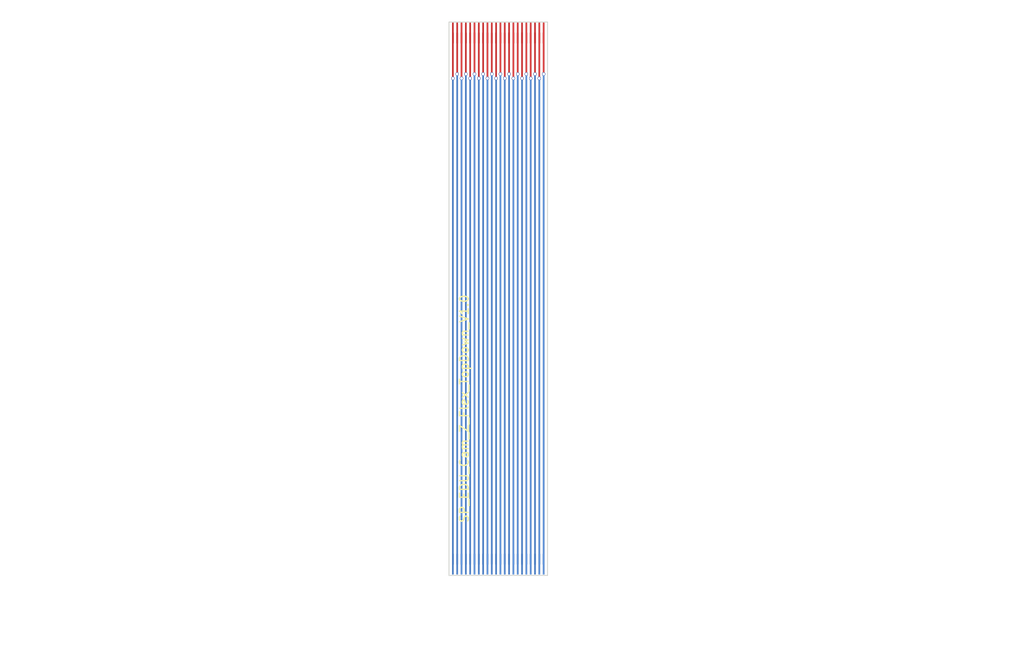
<source format=kicad_pcb>
(kicad_pcb (version 20240108) (generator "pcbnew") (generator_version "8.0")
  (layers (0 "F.Cu" signal) (31 "B.Cu" signal) (34 "B.Paste" user) (35 "F.Paste" user) (36 "B.SilkS" user "B.Silkscreen") (37 "F.SilkS" user "F.Silkscreen") (38 "B.Mask" user) (39 "F.Mask" user) (44 "Edge.Cuts" user))
  (net 0 "")
  (net 1 "1")
  (net 2 "2")
  (net 3 "3")
  (net 4 "4")
  (net 5 "5")
  (net 6 "6")
  (net 7 "7")
  (net 8 "8")
  (net 9 "9")
  (net 10 "10")
  (net 11 "11")
  (net 12 "12")
  (net 13 "13")
  (net 14 "14")
  (net 15 "15")
  (net 16 "16")
  (net 17 "17")
  (net 18 "18")
  (net 19 "19")
  (net 20 "20")
  (net 21 "21")
  (net 22 "22")
  (footprint "STS_connector:flex_con_edu" (layer "F.Cu") (at 130 74.6)
    (property "Reference" "J1" (hide yes))
    (property "Value" "Conn_01x22_Male")
    (pad "1" smd rect (at 0.45 -3.35) (size 0.2 2.4) (layers "F.Cu" "F.Paste" "F.Mask") (net 1 "1"))
    (pad "2" smd rect (at 0.95 -3.35) (size 0.2 2.4) (layers "F.Cu" "F.Paste" "F.Mask") (net 2 "2"))
    (pad "3" smd rect (at 1.45 -3.35) (size 0.2 2.4) (layers "F.Cu" "F.Paste" "F.Mask") (net 3 "3"))
    (pad "4" smd rect (at 1.95 -3.35) (size 0.2 2.4) (layers "F.Cu" "F.Paste" "F.Mask") (net 4 "4"))
    (pad "5" smd rect (at 2.45 -3.35) (size 0.2 2.4) (layers "F.Cu" "F.Paste" "F.Mask") (net 5 "5"))
    (pad "6" smd rect (at 2.95 -3.35) (size 0.2 2.4) (layers "F.Cu" "F.Paste" "F.Mask") (net 6 "6"))
    (pad "7" smd rect (at 3.45 -3.35) (size 0.2 2.4) (layers "F.Cu" "F.Paste" "F.Mask") (net 7 "7"))
    (pad "8" smd rect (at 3.95 -3.35) (size 0.2 2.4) (layers "F.Cu" "F.Paste" "F.Mask") (net 8 "8"))
    (pad "9" smd rect (at 4.45 -3.35) (size 0.2 2.4) (layers "F.Cu" "F.Paste" "F.Mask") (net 9 "9"))
    (pad "10" smd rect (at 4.95 -3.35) (size 0.2 2.4) (layers "F.Cu" "F.Paste" "F.Mask") (net 10 "10"))
    (pad "11" smd rect (at 5.45 -3.35) (size 0.2 2.4) (layers "F.Cu" "F.Paste" "F.Mask") (net 11 "11"))
    (pad "12" smd rect (at 5.95 -3.35) (size 0.2 2.4) (layers "F.Cu" "F.Paste" "F.Mask") (net 12 "12"))
    (pad "13" smd rect (at 6.45 -3.35) (size 0.2 2.4) (layers "F.Cu" "F.Paste" "F.Mask") (net 13 "13"))
    (pad "14" smd rect (at 6.95 -3.35) (size 0.2 2.4) (layers "F.Cu" "F.Paste" "F.Mask") (net 14 "14"))
    (pad "15" smd rect (at 7.45 -3.35) (size 0.2 2.4) (layers "F.Cu" "F.Paste" "F.Mask") (net 15 "15"))
    (pad "16" smd rect (at 7.95 -3.35) (size 0.2 2.4) (layers "F.Cu" "F.Paste" "F.Mask") (net 16 "16"))
    (pad "17" smd rect (at 8.45 -3.35) (size 0.2 2.4) (layers "F.Cu" "F.Paste" "F.Mask") (net 17 "17"))
    (pad "18" smd rect (at 8.95 -3.35) (size 0.2 2.4) (layers "F.Cu" "F.Paste" "F.Mask") (net 18 "18"))
    (pad "19" smd rect (at 9.45 -3.35) (size 0.2 2.4) (layers "F.Cu" "F.Paste" "F.Mask") (net 19 "19"))
    (pad "20" smd rect (at 9.95 -3.35) (size 0.2 2.4) (layers "F.Cu" "F.Paste" "F.Mask") (net 20 "20"))
    (pad "21" smd rect (at 10.45 -3.35) (size 0.2 2.4) (layers "F.Cu" "F.Paste" "F.Mask") (net 21 "21"))
    (pad "22" smd rect (at 10.95 -3.35) (size 0.2 2.4) (layers "F.Cu" "F.Paste" "F.Mask") (net 22 "22"))
  )
  (footprint "STS_connector:flex_con_edu" (layer "B.Cu") (at 130 129.35)
    (property "Reference" "J2" (hide yes))
    (property "Value" "Conn_01x22_Male")
    (pad "1" smd rect (at 0.45 3.35) (size 0.2 2.4) (layers "B.Cu" "B.Paste" "B.Mask") (net 1 "1"))
    (pad "2" smd rect (at 0.95 3.35) (size 0.2 2.4) (layers "B.Cu" "B.Paste" "B.Mask") (net 2 "2"))
    (pad "3" smd rect (at 1.45 3.35) (size 0.2 2.4) (layers "B.Cu" "B.Paste" "B.Mask") (net 3 "3"))
    (pad "4" smd rect (at 1.95 3.35) (size 0.2 2.4) (layers "B.Cu" "B.Paste" "B.Mask") (net 4 "4"))
    (pad "5" smd rect (at 2.45 3.35) (size 0.2 2.4) (layers "B.Cu" "B.Paste" "B.Mask") (net 5 "5"))
    (pad "6" smd rect (at 2.95 3.35) (size 0.2 2.4) (layers "B.Cu" "B.Paste" "B.Mask") (net 6 "6"))
    (pad "7" smd rect (at 3.45 3.35) (size 0.2 2.4) (layers "B.Cu" "B.Paste" "B.Mask") (net 7 "7"))
    (pad "8" smd rect (at 3.95 3.35) (size 0.2 2.4) (layers "B.Cu" "B.Paste" "B.Mask") (net 8 "8"))
    (pad "9" smd rect (at 4.45 3.35) (size 0.2 2.4) (layers "B.Cu" "B.Paste" "B.Mask") (net 9 "9"))
    (pad "10" smd rect (at 4.95 3.35) (size 0.2 2.4) (layers "B.Cu" "B.Paste" "B.Mask") (net 10 "10"))
    (pad "11" smd rect (at 5.45 3.35) (size 0.2 2.4) (layers "B.Cu" "B.Paste" "B.Mask") (net 11 "11"))
    (pad "12" smd rect (at 5.95 3.35) (size 0.2 2.4) (layers "B.Cu" "B.Paste" "B.Mask") (net 12 "12"))
    (pad "13" smd rect (at 6.45 3.35) (size 0.2 2.4) (layers "B.Cu" "B.Paste" "B.Mask") (net 13 "13"))
    (pad "14" smd rect (at 6.95 3.35) (size 0.2 2.4) (layers "B.Cu" "B.Paste" "B.Mask") (net 14 "14"))
    (pad "15" smd rect (at 7.45 3.35) (size 0.2 2.4) (layers "B.Cu" "B.Paste" "B.Mask") (net 15 "15"))
    (pad "16" smd rect (at 7.95 3.35) (size 0.2 2.4) (layers "B.Cu" "B.Paste" "B.Mask") (net 16 "16"))
    (pad "17" smd rect (at 8.45 3.35) (size 0.2 2.4) (layers "B.Cu" "B.Paste" "B.Mask") (net 17 "17"))
    (pad "18" smd rect (at 8.95 3.35) (size 0.2 2.4) (layers "B.Cu" "B.Paste" "B.Mask") (net 18 "18"))
    (pad "19" smd rect (at 9.45 3.35) (size 0.2 2.4) (layers "B.Cu" "B.Paste" "B.Mask") (net 19 "19"))
    (pad "20" smd rect (at 9.95 3.35) (size 0.2 2.4) (layers "B.Cu" "B.Paste" "B.Mask") (net 20 "20"))
    (pad "21" smd rect (at 10.45 3.35) (size 0.2 2.4) (layers "B.Cu" "B.Paste" "B.Mask") (net 21 "21"))
    (pad "22" smd rect (at 10.95 3.35) (size 0.2 2.4) (layers "B.Cu" "B.Paste" "B.Mask") (net 22 "22"))
  )
  (gr_line (start 130 69.98) (end 141.4 69.98) (stroke (width 0.1)) (layer "Edge.Cuts"))
  (gr_line (start 141.4 134) (end 141.4 70) (stroke (width 0.1)) (layer "Edge.Cuts"))
  (gr_line (start 130 134) (end 130 70) (stroke (width 0.1)) (layer "Edge.Cuts"))
  (gr_line (start 130 134) (end 141.4 134) (stroke (width 0.1)) (layer "Edge.Cuts"))
  (gr_text "SP_EDU_Cam_Z_Flex_TopDown_V1.0" (at 132.35 128 90) (layer "F.SilkS") (effects (font (size 1 1)) (justify left bottom)))
  (segment (start 130.45 71.25) (end 130.45 76.5) (width 0.2) (layer "F.Cu") (net 1))
  (via (at 130.45 76.5) (size 0.4) (drill 0.3) (layers "F.Cu" "B.Cu") (net 1))
  (segment (start 130.45 132.7) (end 130.45 76.5) (width 0.2) (layer "B.Cu") (net 1))
  (segment (start 130.95 71.25) (end 130.95 76) (width 0.2) (layer "F.Cu") (net 2))
  (via (at 130.95 76) (size 0.4) (drill 0.3) (layers "F.Cu" "B.Cu") (net 2))
  (segment (start 130.95 76) (end 130.95 132.7) (width 0.2) (layer "B.Cu") (net 2))
  (segment (start 131.45 71.25) (end 131.45 76.5) (width 0.2) (layer "F.Cu") (net 3))
  (via (at 131.45 76.5) (size 0.4) (drill 0.3) (layers "F.Cu" "B.Cu") (net 3))
  (segment (start 131.45 132.7) (end 131.45 76.5) (width 0.2) (layer "B.Cu") (net 3))
  (segment (start 131.95 71.25) (end 131.95 76) (width 0.2) (layer "F.Cu") (net 4))
  (via (at 131.95 76) (size 0.4) (drill 0.3) (layers "F.Cu" "B.Cu") (net 4))
  (segment (start 131.95 132.7) (end 131.95 76) (width 0.2) (layer "B.Cu") (net 4))
  (segment (start 132.45 71.25) (end 132.45 76.5) (width 0.2) (layer "F.Cu") (net 5))
  (via (at 132.45 76.5) (size 0.4) (drill 0.3) (layers "F.Cu" "B.Cu") (net 5))
  (segment (start 132.45 76.5) (end 132.45 132.7) (width 0.2) (layer "B.Cu") (net 5))
  (segment (start 132.95 71.25) (end 132.95 76) (width 0.2) (layer "F.Cu") (net 6))
  (via (at 132.95 76) (size 0.4) (drill 0.3) (layers "F.Cu" "B.Cu") (net 6))
  (segment (start 132.95 132.7) (end 132.95 76) (width 0.2) (layer "B.Cu") (net 6))
  (segment (start 133.45 71.25) (end 133.45 76.5) (width 0.2) (layer "F.Cu") (net 7))
  (via (at 133.45 76.5) (size 0.4) (drill 0.3) (layers "F.Cu" "B.Cu") (net 7))
  (segment (start 133.45 76.5) (end 133.45 132.7) (width 0.2) (layer "B.Cu") (net 7))
  (segment (start 133.95 71.25) (end 133.95 76) (width 0.2) (layer "F.Cu") (net 8))
  (via (at 133.95 76) (size 0.4) (drill 0.3) (layers "F.Cu" "B.Cu") (net 8))
  (segment (start 133.95 132.7) (end 133.95 76) (width 0.2) (layer "B.Cu") (net 8))
  (segment (start 134.45 71.25) (end 134.45 76.5) (width 0.2) (layer "F.Cu") (net 9))
  (via (at 134.45 76.5) (size 0.4) (drill 0.3) (layers "F.Cu" "B.Cu") (net 9))
  (segment (start 134.45 76.5) (end 134.45 132.7) (width 0.2) (layer "B.Cu") (net 9))
  (segment (start 134.95 71.25) (end 134.95 76) (width 0.2) (layer "F.Cu") (net 10))
  (via (at 134.95 76) (size 0.4) (drill 0.3) (layers "F.Cu" "B.Cu") (net 10))
  (segment (start 134.95 132.7) (end 134.95 76) (width 0.2) (layer "B.Cu") (net 10))
  (segment (start 135.45 71.25) (end 135.45 76.5) (width 0.2) (layer "F.Cu") (net 11))
  (via (at 135.45 76.5) (size 0.4) (drill 0.3) (layers "F.Cu" "B.Cu") (net 11))
  (segment (start 135.45 76.5) (end 135.45 132.7) (width 0.2) (layer "B.Cu") (net 11))
  (segment (start 135.95 71.25) (end 135.95 76) (width 0.2) (layer "F.Cu") (net 12))
  (via (at 135.95 76) (size 0.4) (drill 0.3) (layers "F.Cu" "B.Cu") (net 12))
  (segment (start 135.95 132.7) (end 135.95 76) (width 0.2) (layer "B.Cu") (net 12))
  (segment (start 136.45 71.25) (end 136.45 76.5) (width 0.2) (layer "F.Cu") (net 13))
  (via (at 136.45 76.5) (size 0.4) (drill 0.3) (layers "F.Cu" "B.Cu") (net 13))
  (segment (start 136.45 76.5) (end 136.45 132.7) (width 0.2) (layer "B.Cu") (net 13))
  (segment (start 136.95 71.25) (end 136.95 76) (width 0.2) (layer "F.Cu") (net 14))
  (via (at 136.95 76) (size 0.4) (drill 0.3) (layers "F.Cu" "B.Cu") (net 14))
  (segment (start 136.95 132.7) (end 136.95 76) (width 0.2) (layer "B.Cu") (net 14))
  (segment (start 137.45 71.25) (end 137.45 76.5) (width 0.2) (layer "F.Cu") (net 15))
  (via (at 137.45 76.5) (size 0.4) (drill 0.3) (layers "F.Cu" "B.Cu") (net 15))
  (segment (start 137.45 76.5) (end 137.45 132.7) (width 0.2) (layer "B.Cu") (net 15))
  (segment (start 137.95 71.25) (end 137.95 76) (width 0.2) (layer "F.Cu") (net 16))
  (via (at 137.95 76) (size 0.4) (drill 0.3) (layers "F.Cu" "B.Cu") (net 16))
  (segment (start 137.95 132.7) (end 137.95 76) (width 0.2) (layer "B.Cu") (net 16))
  (segment (start 138.45 71.25) (end 138.45 76.5) (width 0.2) (layer "F.Cu") (net 17))
  (via (at 138.45 76.5) (size 0.4) (drill 0.3) (layers "F.Cu" "B.Cu") (net 17))
  (segment (start 138.45 76.5) (end 138.45 132.7) (width 0.2) (layer "B.Cu") (net 17))
  (segment (start 138.95 71.25) (end 138.95 76) (width 0.2) (layer "F.Cu") (net 18))
  (via (at 138.95 76) (size 0.4) (drill 0.3) (layers "F.Cu" "B.Cu") (net 18))
  (segment (start 138.95 132.7) (end 138.95 76) (width 0.2) (layer "B.Cu") (net 18))
  (segment (start 139.45 71.25) (end 139.45 76.5) (width 0.2) (layer "F.Cu") (net 19))
  (via (at 139.45 76.5) (size 0.4) (drill 0.3) (layers "F.Cu" "B.Cu") (net 19))
  (segment (start 139.45 76.5) (end 139.45 132.7) (width 0.2) (layer "B.Cu") (net 19))
  (segment (start 139.95 71.25) (end 139.95 76) (width 0.2) (layer "F.Cu") (net 20))
  (via (at 139.95 76) (size 0.4) (drill 0.3) (layers "F.Cu" "B.Cu") (net 20))
  (segment (start 139.95 132.7) (end 139.95 76) (width 0.2) (layer "B.Cu") (net 20))
  (segment (start 140.45 71.25) (end 140.45 76.5) (width 0.2) (layer "F.Cu") (net 21))
  (via (at 140.45 76.5) (size 0.4) (drill 0.3) (layers "F.Cu" "B.Cu") (net 21))
  (segment (start 140.45 76.5) (end 140.45 132.7) (width 0.2) (layer "B.Cu") (net 21))
  (segment (start 140.95 71.25) (end 140.95 76) (width 0.2) (layer "F.Cu") (net 22))
  (via (at 140.95 76) (size 0.4) (drill 0.3) (layers "F.Cu" "B.Cu") (net 22))
  (segment (start 140.95 132.7) (end 140.95 76) (width 0.2) (layer "B.Cu") (net 22))
)
</source>
